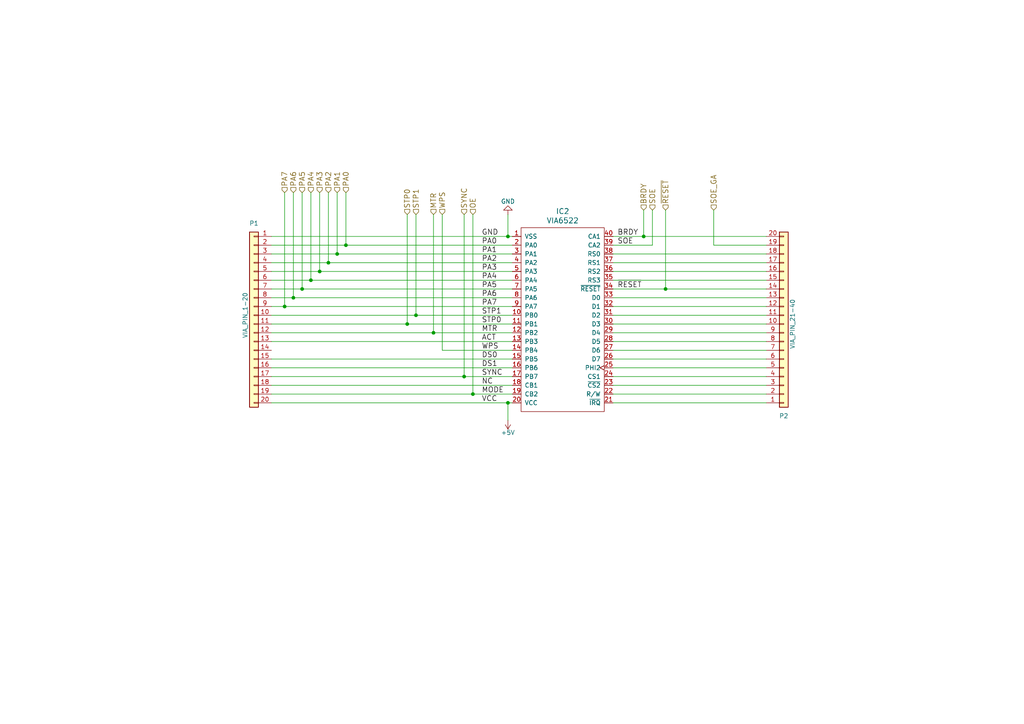
<source format=kicad_sch>
(kicad_sch (version 20250114) (generator "eeschema") (generator_version "9.0")
  (paper "A4")
  (title_block (title "1541-rePico") (date "2026-02-15") (rev "1.3"))
  (lib_symbols
    (symbol "1541-rebuild-rescue:VIA6522-floppy1541_tk-1541-rebuild-rescue" (pin_names (offset 1.016))
      (property "Reference" "IC" (at -11.43 27.94 0))
      (property "Value" "VIA6522-floppy1541_tk-1541-rebuild-rescue" (at 6.35 27.94 0))
      (symbol "VIA6522-floppy1541_tk-1541-rebuild-rescue_0_1"
        (rectangle (start -12.7 26.67) (end 11.43 -26.67))
      )
      (symbol "VIA6522-floppy1541_tk-1541-rebuild-rescue_1_1"
        (pin power_out line (at -15.24 24.13 0) (length 2.54) (name "VSS") (number "1"))
        (pin input line (at -15.24 21.59 0) (length 2.54) (name "PA0") (number "2"))
        (pin input line (at -15.24 19.05 0) (length 2.54) (name "PA1") (number "3"))
        (pin input line (at -15.24 16.51 0) (length 2.54) (name "PA2") (number "4"))
        (pin input line (at -15.24 13.97 0) (length 2.54) (name "PA3") (number "5"))
        (pin input line (at -15.24 11.43 0) (length 2.54) (name "PA4") (number "6"))
        (pin input line (at -15.24 8.89 0) (length 2.54) (name "PA5") (number "7"))
        (pin input line (at -15.24 6.35 0) (length 2.54) (name "PA6") (number "8"))
        (pin input line (at -15.24 3.81 0) (length 2.54) (name "PA7") (number "9"))
        (pin input line (at -15.24 1.27 0) (length 2.54) (name "PB0") (number "10"))
        (pin input line (at -15.24 -1.27 0) (length 2.54) (name "PB1") (number "11"))
        (pin input line (at -15.24 -3.81 0) (length 2.54) (name "PB2") (number "12"))
        (pin input line (at -15.24 -6.35 0) (length 2.54) (name "PB3") (number "13"))
        (pin input line (at -15.24 -8.89 0) (length 2.54) (name "PB4") (number "14"))
        (pin input line (at -15.24 -11.43 0) (length 2.54) (name "PB5") (number "15"))
        (pin input line (at -15.24 -13.97 0) (length 2.54) (name "PB6") (number "16"))
        (pin input line (at -15.24 -16.51 0) (length 2.54) (name "PB7") (number "17"))
        (pin input line (at -15.24 -19.05 0) (length 2.54) (name "CB1") (number "18"))
        (pin input line (at -15.24 -21.59 0) (length 2.54) (name "CB2") (number "19"))
        (pin power_in line (at -15.24 -24.13 0) (length 2.54) (name "VCC") (number "20"))
        (pin input line (at 13.97 24.13 180) (length 2.54) (name "CA1") (number "40"))
        (pin input line (at 13.97 21.59 180) (length 2.54) (name "CA2") (number "39"))
        (pin input line (at 13.97 19.05 180) (length 2.54) (name "RS0") (number "38"))
        (pin input line (at 13.97 16.51 180) (length 2.54) (name "RS1") (number "37"))
        (pin input line (at 13.97 13.97 180) (length 2.54) (name "RS2") (number "36"))
        (pin input line (at 13.97 11.43 180) (length 2.54) (name "RS3") (number "35"))
        (pin input line (at 13.97 8.89 180) (length 2.54) (name "~{RESET}") (number "34"))
        (pin input line (at 13.97 6.35 180) (length 2.54) (name "D0") (number "33"))
        (pin input line (at 13.97 3.81 180) (length 2.54) (name "D1") (number "32"))
        (pin input line (at 13.97 1.27 180) (length 2.54) (name "D2") (number "31"))
        (pin input line (at 13.97 -1.27 180) (length 2.54) (name "D3") (number "30"))
        (pin input line (at 13.97 -3.81 180) (length 2.54) (name "D4") (number "29"))
        (pin input line (at 13.97 -6.35 180) (length 2.54) (name "D5") (number "28"))
        (pin input line (at 13.97 -8.89 180) (length 2.54) (name "D6") (number "27"))
        (pin input line (at 13.97 -11.43 180) (length 2.54) (name "D7") (number "26"))
        (pin input clock (at 13.97 -13.97 180) (length 2.54) (name "PHI2") (number "25"))
        (pin input line (at 13.97 -16.51 180) (length 2.54) (name "CS1") (number "24"))
        (pin input line (at 13.97 -19.05 180) (length 2.54) (name "~{CS2}") (number "23"))
        (pin input line (at 13.97 -21.59 180) (length 2.54) (name "R/W") (number "22"))
        (pin input line (at 13.97 -24.13 180) (length 2.54) (name "~{IRQ}") (number "21"))
      )
    )
    (symbol "Connector_Generic:Conn_01x20" (pin_names (offset 1.016) (hide yes))
      (property "Reference" "J" (at 0 25.4 0))
      (property "Value" "Conn_01x20" (at 0 -27.94 0))
      (symbol "Conn_01x20_1_1"
        (rectangle (start -1.27 24.13) (end 1.27 -26.67) (stroke (width 0.254)) (fill (type background)))
        (rectangle (start -1.27 22.987) (end 0 22.733) (stroke (width 0.1524)))
        (rectangle (start -1.27 20.447) (end 0 20.193) (stroke (width 0.1524)))
        (rectangle (start -1.27 17.907) (end 0 17.653) (stroke (width 0.1524)))
        (rectangle (start -1.27 15.367) (end 0 15.113) (stroke (width 0.1524)))
        (rectangle (start -1.27 12.827) (end 0 12.573) (stroke (width 0.1524)))
        (rectangle (start -1.27 10.287) (end 0 10.033) (stroke (width 0.1524)))
        (rectangle (start -1.27 7.747) (end 0 7.493) (stroke (width 0.1524)))
        (rectangle (start -1.27 5.207) (end 0 4.953) (stroke (width 0.1524)))
        (rectangle (start -1.27 2.667) (end 0 2.413) (stroke (width 0.1524)))
        (rectangle (start -1.27 0.127) (end 0 -0.127) (stroke (width 0.1524)))
        (rectangle (start -1.27 -2.413) (end 0 -2.667) (stroke (width 0.1524)))
        (rectangle (start -1.27 -4.953) (end 0 -5.207) (stroke (width 0.1524)))
        (rectangle (start -1.27 -7.493) (end 0 -7.747) (stroke (width 0.1524)))
        (rectangle (start -1.27 -10.033) (end 0 -10.287) (stroke (width 0.1524)))
        (rectangle (start -1.27 -12.573) (end 0 -12.827) (stroke (width 0.1524)))
        (rectangle (start -1.27 -15.113) (end 0 -15.367) (stroke (width 0.1524)))
        (rectangle (start -1.27 -17.653) (end 0 -17.907) (stroke (width 0.1524)))
        (rectangle (start -1.27 -20.193) (end 0 -20.447) (stroke (width 0.1524)))
        (rectangle (start -1.27 -22.733) (end 0 -22.987) (stroke (width 0.1524)))
        (rectangle (start -1.27 -25.273) (end 0 -25.527) (stroke (width 0.1524)))
        (pin passive line (at -5.08 22.86 0) (length 3.81) (name "Pin_1") (number "1"))
        (pin passive line (at -5.08 20.32 0) (length 3.81) (name "Pin_2") (number "2"))
        (pin passive line (at -5.08 17.78 0) (length 3.81) (name "Pin_3") (number "3"))
        (pin passive line (at -5.08 15.24 0) (length 3.81) (name "Pin_4") (number "4"))
        (pin passive line (at -5.08 12.7 0) (length 3.81) (name "Pin_5") (number "5"))
        (pin passive line (at -5.08 10.16 0) (length 3.81) (name "Pin_6") (number "6"))
        (pin passive line (at -5.08 7.62 0) (length 3.81) (name "Pin_7") (number "7"))
        (pin passive line (at -5.08 5.08 0) (length 3.81) (name "Pin_8") (number "8"))
        (pin passive line (at -5.08 2.54 0) (length 3.81) (name "Pin_9") (number "9"))
        (pin passive line (at -5.08 0 0) (length 3.81) (name "Pin_10") (number "10"))
        (pin passive line (at -5.08 -2.54 0) (length 3.81) (name "Pin_11") (number "11"))
        (pin passive line (at -5.08 -5.08 0) (length 3.81) (name "Pin_12") (number "12"))
        (pin passive line (at -5.08 -7.62 0) (length 3.81) (name "Pin_13") (number "13"))
        (pin passive line (at -5.08 -10.16 0) (length 3.81) (name "Pin_14") (number "14"))
        (pin passive line (at -5.08 -12.7 0) (length 3.81) (name "Pin_15") (number "15"))
        (pin passive line (at -5.08 -15.24 0) (length 3.81) (name "Pin_16") (number "16"))
        (pin passive line (at -5.08 -17.78 0) (length 3.81) (name "Pin_17") (number "17"))
        (pin passive line (at -5.08 -20.32 0) (length 3.81) (name "Pin_18") (number "18"))
        (pin passive line (at -5.08 -22.86 0) (length 3.81) (name "Pin_19") (number "19"))
        (pin passive line (at -5.08 -25.4 0) (length 3.81) (name "Pin_20") (number "20"))
      )
    )
    (symbol "power:+5V" (power) (pin_names (offset 0))
      (property "Value" "+5V" (at 0 3.556 0))
      (symbol "+5V_0_1"
        (polyline (pts (xy -0.762 1.27) (xy 0 2.54)))
        (polyline (pts (xy 0 2.54) (xy 0.762 1.27)))
        (polyline (pts (xy 0 0) (xy 0 2.54)))
      )
      (symbol "+5V_1_1"
        (pin power_in line (at 0 0 90) (length 0) (hide yes) (name "+5V") (number "1"))
      )
    )
    (symbol "power:GND" (power) (pin_names (offset 0))
      (property "Value" "GND" (at 0 -3.81 0))
      (symbol "GND_0_1"
        (polyline (pts (xy 0 0) (xy 0 -1.27) (xy 1.27 -1.27) (xy 0 -2.54) (xy -1.27 -1.27) (xy 0 -1.27)))
      )
      (symbol "GND_1_1"
        (pin power_in line (at 0 0 270) (length 0) (hide yes) (name "GND") (number "1"))
      )
    )
  )
  (junction (at 186.69 68.58))
  (junction (at 125.73 96.52))
  (junction (at 92.71 78.74))
  (junction (at 90.17 81.28))
  (junction (at 120.65 91.44))
  (junction (at 100.33 71.12))
  (junction (at 137.16 114.3))
  (junction (at 97.79 73.66))
  (junction (at 82.55 88.9))
  (junction (at 193.04 83.82))
  (junction (at 118.11 93.98))
  (junction (at 147.32 68.58))
  (junction (at 85.09 86.36))
  (junction (at 134.62 109.22))
  (junction (at 147.32 116.84))
  (junction (at 87.63 83.82))
  (junction (at 95.25 76.2))
  (wire (pts (xy 78.74 99.06) (xy 148.59 99.06)))
  (wire (pts (xy 186.69 60.96) (xy 186.69 68.58)))
  (wire (pts (xy 177.8 88.9) (xy 222.25 88.9)))
  (wire (pts (xy 90.17 81.28) (xy 148.59 81.28)))
  (wire (pts (xy 177.8 96.52) (xy 222.25 96.52)))
  (wire (pts (xy 125.73 62.23) (xy 125.73 96.52)))
  (wire (pts (xy 134.62 109.22) (xy 148.59 109.22)))
  (wire (pts (xy 137.16 114.3) (xy 148.59 114.3)))
  (wire (pts (xy 222.25 116.84) (xy 177.8 116.84)))
  (wire (pts (xy 177.8 68.58) (xy 186.69 68.58)))
  (wire (pts (xy 87.63 55.88) (xy 87.63 83.82)))
  (wire (pts (xy 118.11 93.98) (xy 148.59 93.98)))
  (wire (pts (xy 128.27 62.23) (xy 128.27 101.6)))
  (wire (pts (xy 95.25 55.88) (xy 95.25 76.2)))
  (wire (pts (xy 92.71 78.74) (xy 148.59 78.74)))
  (wire (pts (xy 222.25 91.44) (xy 177.8 91.44)))
  (wire (pts (xy 147.32 62.23) (xy 147.32 68.58)))
  (wire (pts (xy 78.74 73.66) (xy 97.79 73.66)))
  (wire (pts (xy 120.65 62.23) (xy 120.65 91.44)))
  (wire (pts (xy 97.79 73.66) (xy 148.59 73.66)))
  (wire (pts (xy 222.25 76.2) (xy 177.8 76.2)))
  (wire (pts (xy 147.32 116.84) (xy 148.59 116.84)))
  (wire (pts (xy 118.11 62.23) (xy 118.11 93.98)))
  (wire (pts (xy 147.32 121.92) (xy 147.32 116.84)))
  (wire (pts (xy 78.74 81.28) (xy 90.17 81.28)))
  (wire (pts (xy 82.55 55.88) (xy 82.55 88.9)))
  (wire (pts (xy 148.59 101.6) (xy 128.27 101.6)))
  (wire (pts (xy 222.25 93.98) (xy 177.8 93.98)))
  (wire (pts (xy 100.33 71.12) (xy 148.59 71.12)))
  (wire (pts (xy 100.33 55.88) (xy 100.33 71.12)))
  (wire (pts (xy 78.74 86.36) (xy 85.09 86.36)))
  (wire (pts (xy 125.73 96.52) (xy 148.59 96.52)))
  (wire (pts (xy 177.8 101.6) (xy 222.25 101.6)))
  (wire (pts (xy 148.59 111.76) (xy 78.74 111.76)))
  (wire (pts (xy 97.79 55.88) (xy 97.79 73.66)))
  (wire (pts (xy 177.8 71.12) (xy 189.23 71.12)))
  (wire (pts (xy 78.74 78.74) (xy 92.71 78.74)))
  (wire (pts (xy 222.25 81.28) (xy 177.8 81.28)))
  (wire (pts (xy 222.25 104.14) (xy 177.8 104.14)))
  (wire (pts (xy 222.25 86.36) (xy 177.8 86.36)))
  (wire (pts (xy 87.63 83.82) (xy 148.59 83.82)))
  (wire (pts (xy 78.74 93.98) (xy 118.11 93.98)))
  (wire (pts (xy 186.69 68.58) (xy 222.25 68.58)))
  (wire (pts (xy 222.25 99.06) (xy 177.8 99.06)))
  (wire (pts (xy 82.55 88.9) (xy 148.59 88.9)))
  (wire (pts (xy 78.74 76.2) (xy 95.25 76.2)))
  (wire (pts (xy 78.74 109.22) (xy 134.62 109.22)))
  (wire (pts (xy 78.74 68.58) (xy 147.32 68.58)))
  (wire (pts (xy 189.23 60.96) (xy 189.23 71.12)))
  (wire (pts (xy 85.09 55.88) (xy 85.09 86.36)))
  (wire (pts (xy 177.8 73.66) (xy 222.25 73.66)))
  (wire (pts (xy 92.71 55.88) (xy 92.71 78.74)))
  (wire (pts (xy 78.74 114.3) (xy 137.16 114.3)))
  (wire (pts (xy 90.17 55.88) (xy 90.17 81.28)))
  (wire (pts (xy 222.25 111.76) (xy 177.8 111.76)))
  (wire (pts (xy 147.32 68.58) (xy 148.59 68.58)))
  (wire (pts (xy 177.8 114.3) (xy 222.25 114.3)))
  (wire (pts (xy 193.04 60.96) (xy 193.04 83.82)))
  (wire (pts (xy 193.04 83.82) (xy 222.25 83.82)))
  (wire (pts (xy 120.65 91.44) (xy 148.59 91.44)))
  (wire (pts (xy 78.74 116.84) (xy 147.32 116.84)))
  (wire (pts (xy 78.74 83.82) (xy 87.63 83.82)))
  (wire (pts (xy 207.01 60.96) (xy 207.01 71.12)))
  (wire (pts (xy 148.59 106.68) (xy 78.74 106.68)))
  (wire (pts (xy 78.74 96.52) (xy 125.73 96.52)))
  (wire (pts (xy 78.74 88.9) (xy 82.55 88.9)))
  (wire (pts (xy 85.09 86.36) (xy 148.59 86.36)))
  (wire (pts (xy 177.8 78.74) (xy 222.25 78.74)))
  (wire (pts (xy 137.16 62.23) (xy 137.16 114.3)))
  (wire (pts (xy 95.25 76.2) (xy 148.59 76.2)))
  (wire (pts (xy 177.8 83.82) (xy 193.04 83.82)))
  (wire (pts (xy 207.01 71.12) (xy 222.25 71.12)))
  (wire (pts (xy 177.8 109.22) (xy 222.25 109.22)))
  (wire (pts (xy 78.74 91.44) (xy 120.65 91.44)))
  (wire (pts (xy 134.62 62.23) (xy 134.62 109.22)))
  (wire (pts (xy 177.8 106.68) (xy 222.25 106.68)))
  (wire (pts (xy 78.74 71.12) (xy 100.33 71.12)))
  (wire (pts (xy 78.74 104.14) (xy 148.59 104.14)))
  (label "STP0" (at 139.7 93.98 0) (effects (font (size 1.524 1.524))))
  (label "PA2" (at 139.7 76.2 0) (effects (font (size 1.524 1.524))))
  (label "PA5" (at 139.7 83.82 0) (effects (font (size 1.524 1.524))))
  (label "DS1" (at 139.7 106.68 0) (effects (font (size 1.524 1.524))))
  (label "VCC" (at 139.7 116.84 0) (effects (font (size 1.524 1.524))))
  (label "ACT" (at 139.7 99.06 0) (effects (font (size 1.524 1.524))))
  (label "PA0" (at 139.7 71.12 0) (effects (font (size 1.524 1.524))))
  (label "WPS" (at 139.7 101.6 0) (effects (font (size 1.524 1.524))))
  (label "PA4" (at 139.7 81.28 0) (effects (font (size 1.524 1.524))))
  (label "MTR" (at 139.7 96.52 0) (effects (font (size 1.524 1.524))))
  (label "MODE" (at 139.7 114.3 0) (effects (font (size 1.524 1.524))))
  (label "SYNC" (at 139.7 109.22 0) (effects (font (size 1.524 1.524))))
  (label "~{RESET}" (at 179.07 83.82 0) (effects (font (size 1.524 1.524))))
  (label "STP1" (at 139.7 91.44 0) (effects (font (size 1.524 1.524))))
  (label "PA7" (at 139.7 88.9 0) (effects (font (size 1.524 1.524))))
  (label "PA6" (at 139.7 86.36 0) (effects (font (size 1.524 1.524))))
  (label "PA1" (at 139.7 73.66 0) (effects (font (size 1.524 1.524))))
  (label "BRDY" (at 179.07 68.58 0) (effects (font (size 1.524 1.524))))
  (label "GND" (at 139.7 68.58 0) (effects (font (size 1.524 1.524))))
  (label "NC" (at 139.7 111.76 0) (effects (font (size 1.524 1.524))))
  (label "PA3" (at 139.7 78.74 0) (effects (font (size 1.524 1.524))))
  (label "DS0" (at 139.7 104.14 0) (effects (font (size 1.524 1.524))))
  (label "SOE" (at 179.07 71.12 0) (effects (font (size 1.524 1.524))))
  (hierarchical_label "PA1" (shape input) (at 97.79 55.88 90) (effects (font (size 1.524 1.524))))
  (hierarchical_label "STP0" (shape input) (at 118.11 62.23 90) (effects (font (size 1.524 1.524))))
  (hierarchical_label "PA6" (shape input) (at 85.09 55.88 90) (effects (font (size 1.524 1.524))))
  (hierarchical_label "SYNC" (shape input) (at 134.62 62.23 90) (effects (font (size 1.524 1.524))))
  (hierarchical_label "PA3" (shape input) (at 92.71 55.88 90) (effects (font (size 1.524 1.524))))
  (hierarchical_label "PA2" (shape input) (at 95.25 55.88 90) (effects (font (size 1.524 1.524))))
  (hierarchical_label "SOE" (shape input) (at 189.23 60.96 90) (effects (font (size 1.524 1.524))))
  (hierarchical_label "PA5" (shape input) (at 87.63 55.88 90) (effects (font (size 1.524 1.524))))
  (hierarchical_label "WPS" (shape input) (at 128.27 62.23 90) (effects (font (size 1.524 1.524))))
  (hierarchical_label "~{RESET}" (shape input) (at 193.04 60.96 90) (effects (font (size 1.524 1.524))))
  (hierarchical_label "BRDY" (shape input) (at 186.69 60.96 90) (effects (font (size 1.524 1.524))))
  (hierarchical_label "STP1" (shape input) (at 120.65 62.23 90) (effects (font (size 1.524 1.524))))
  (hierarchical_label "OE" (shape input) (at 137.16 62.23 90) (effects (font (size 1.524 1.524))))
  (hierarchical_label "PA0" (shape input) (at 100.33 55.88 90) (effects (font (size 1.524 1.524))))
  (hierarchical_label "PA7" (shape input) (at 82.55 55.88 90) (effects (font (size 1.524 1.524))))
  (hierarchical_label "PA4" (shape input) (at 90.17 55.88 90) (effects (font (size 1.524 1.524))))
  (hierarchical_label "MTR" (shape input) (at 125.73 62.23 90) (effects (font (size 1.524 1.524))))
  (hierarchical_label "SOE_GA" (shape input) (at 207.01 60.96 90) (effects (font (size 1.524 1.524))))
  (symbol (lib_id "power:+5V") (at 147.32 121.92 180) (unit 1)
    (property "Reference" "#PWR025" (effects (hide yes)))
    (property "Value" "+5V" (at 147.32 125.476 0))
  )
  (symbol (lib_id "Connector_Generic:Conn_01x20") (at 227.33 93.98 0) (mirror x) (unit 1)
    (property "Reference" "P2" (at 227.33 120.65 0))
    (property "Value" "VIA_PIN_21-40" (at 229.87 93.98 90))
    (property "Footprint" "Connector_PinHeader_2.54mm:PinHeader_1x20_P2.54mm_Vertical" (effects (hide yes)))
  )
  (symbol (lib_id "Connector_Generic:Conn_01x20") (at 73.66 91.44 0) (mirror y) (unit 1)
    (property "Reference" "P1" (at 73.66 64.77 0))
    (property "Value" "VIA_PIN_1-20" (at 71.12 91.44 90))
    (property "Footprint" "Connector_PinHeader_2.54mm:PinHeader_1x20_P2.54mm_Vertical" (effects (hide yes)))
  )
  (symbol (lib_id "power:GND") (at 147.32 62.23 180) (unit 1)
    (property "Reference" "#PWR024" (effects (hide yes)))
    (property "Value" "GND" (at 147.32 58.42 0))
  )
  (symbol (lib_id "1541-rebuild-rescue:VIA6522-floppy1541_tk-1541-rebuild-rescue") (at 163.83 92.71 0) (unit 1)
    (property "Reference" "IC2" (at 163.195 61.2902 0) (effects (font (size 1.524 1.524))))
    (property "Value" "VIA6522" (at 163.195 63.9826 0) (effects (font (size 1.524 1.524))))
    (property "Footprint" "Package_DIP:DIP-40_W15.24mm_Socket_LongPads" (effects (hide yes)))
    (property "Datasheet" "${TK_DATASHEETS}/mos_6522_preliminary_nov_1977.pdf" (effects (hide yes)))
  )
)
</source>
